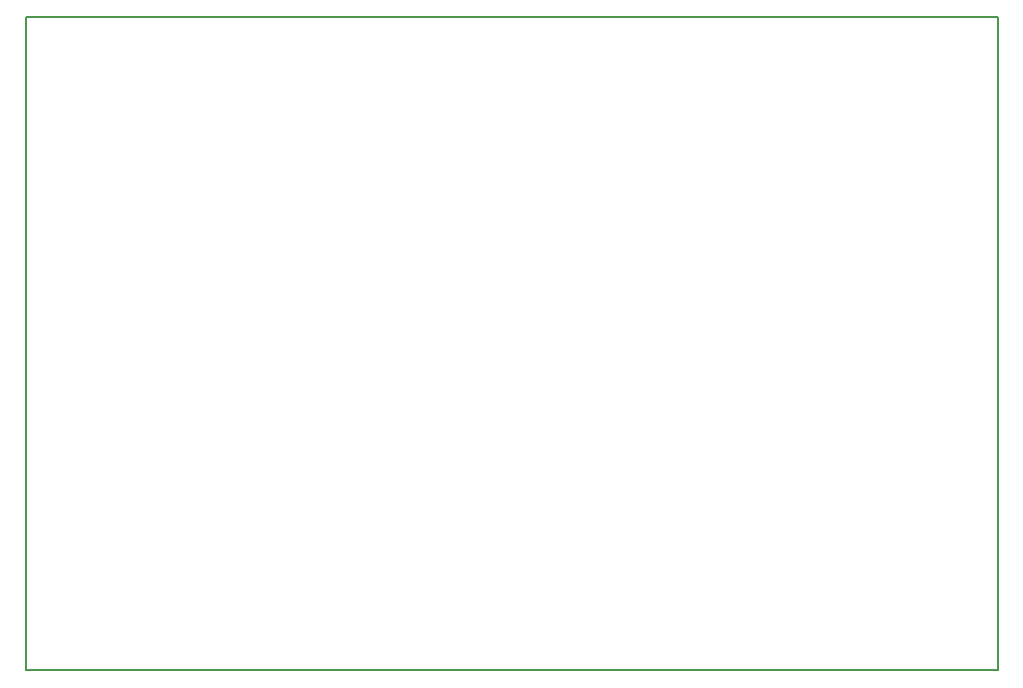
<source format=gbr>
%TF.GenerationSoftware,KiCad,Pcbnew,9.0.4*%
%TF.CreationDate,2025-11-02T19:47:46-03:00*%
%TF.ProjectId,PowerPCB,506f7765-7250-4434-922e-6b696361645f,rev?*%
%TF.SameCoordinates,Original*%
%TF.FileFunction,Profile,NP*%
%FSLAX46Y46*%
G04 Gerber Fmt 4.6, Leading zero omitted, Abs format (unit mm)*
G04 Created by KiCad (PCBNEW 9.0.4) date 2025-11-02 19:47:46*
%MOMM*%
%LPD*%
G01*
G04 APERTURE LIST*
%TA.AperFunction,Profile*%
%ADD10C,0.200000*%
%TD*%
G04 APERTURE END LIST*
D10*
X108000000Y-70700000D02*
X190300000Y-70700000D01*
X190300000Y-126000000D01*
X108000000Y-126000000D01*
X108000000Y-70700000D01*
M02*

</source>
